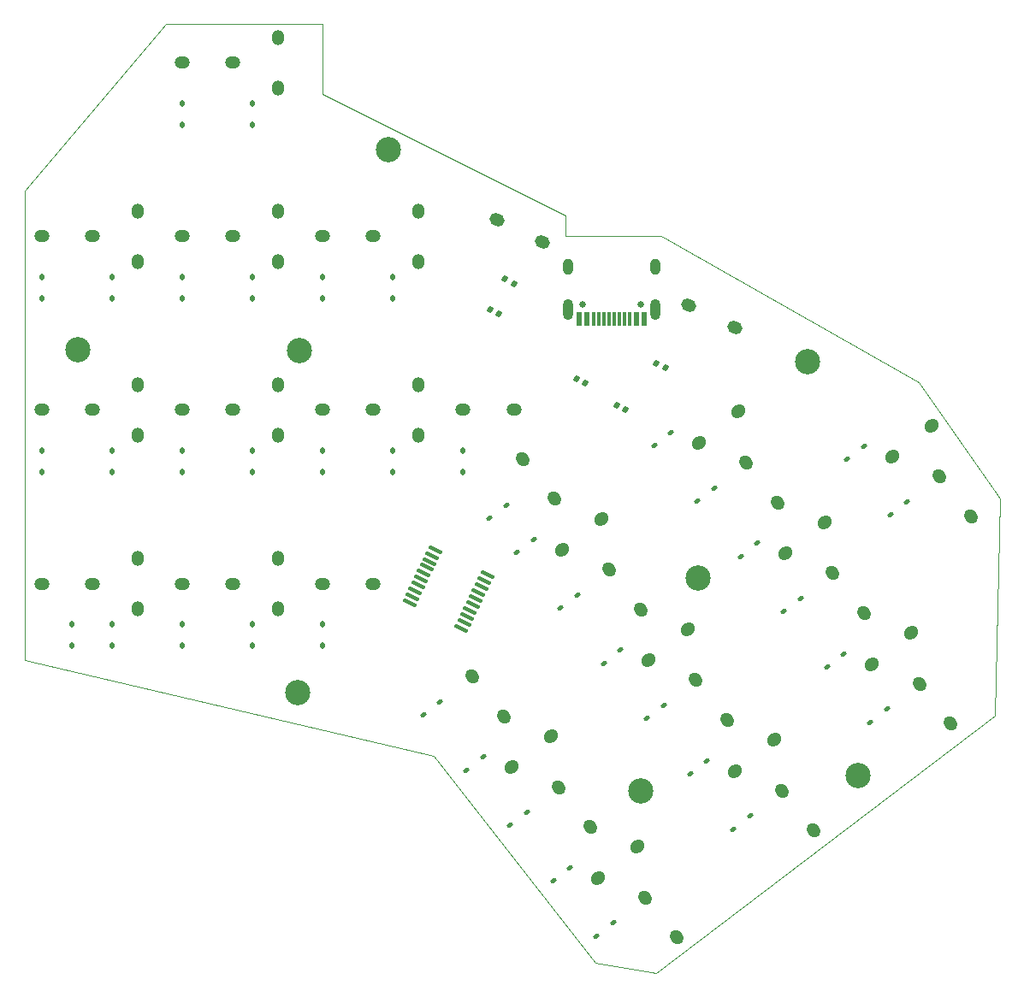
<source format=gts>
G04 #@! TF.GenerationSoftware,KiCad,Pcbnew,8.0.4*
G04 #@! TF.CreationDate,2024-08-15T05:56:16-07:00*
G04 #@! TF.ProjectId,fixer-otg,66697865-722d-46f7-9467-2e6b69636164,rev?*
G04 #@! TF.SameCoordinates,Original*
G04 #@! TF.FileFunction,Soldermask,Top*
G04 #@! TF.FilePolarity,Negative*
%FSLAX46Y46*%
G04 Gerber Fmt 4.6, Leading zero omitted, Abs format (unit mm)*
G04 Created by KiCad (PCBNEW 8.0.4) date 2024-08-15 05:56:16*
%MOMM*%
%LPD*%
G01*
G04 APERTURE LIST*
G04 Aperture macros list*
%AMRoundRect*
0 Rectangle with rounded corners*
0 $1 Rounding radius*
0 $2 $3 $4 $5 $6 $7 $8 $9 X,Y pos of 4 corners*
0 Add a 4 corners polygon primitive as box body*
4,1,4,$2,$3,$4,$5,$6,$7,$8,$9,$2,$3,0*
0 Add four circle primitives for the rounded corners*
1,1,$1+$1,$2,$3*
1,1,$1+$1,$4,$5*
1,1,$1+$1,$6,$7*
1,1,$1+$1,$8,$9*
0 Add four rect primitives between the rounded corners*
20,1,$1+$1,$2,$3,$4,$5,0*
20,1,$1+$1,$4,$5,$6,$7,0*
20,1,$1+$1,$6,$7,$8,$9,0*
20,1,$1+$1,$8,$9,$2,$3,0*%
%AMHorizOval*
0 Thick line with rounded ends*
0 $1 width*
0 $2 $3 position (X,Y) of the first rounded end (center of the circle)*
0 $4 $5 position (X,Y) of the second rounded end (center of the circle)*
0 Add line between two ends*
20,1,$1,$2,$3,$4,$5,0*
0 Add two circle primitives to create the rounded ends*
1,1,$1,$2,$3*
1,1,$1,$4,$5*%
G04 Aperture macros list end*
%ADD10O,1.224000X1.524000*%
%ADD11RoundRect,0.112500X0.112500X-0.187500X0.112500X0.187500X-0.112500X0.187500X-0.112500X-0.187500X0*%
%ADD12HorizOval,1.224000X0.118202X0.092349X-0.118202X-0.092349X0*%
%ADD13RoundRect,0.112500X-0.078490X-0.204088X0.217014X0.026785X0.078490X0.204088X-0.217014X-0.026785X0*%
%ADD14O,1.524000X1.224000*%
%ADD15C,2.500000*%
%ADD16RoundRect,0.135000X-0.202436X-0.107097X0.040239X-0.225457X0.202436X0.107097X-0.040239X0.225457X0*%
%ADD17HorizOval,1.224000X0.092349X-0.118202X-0.092349X0.118202X0*%
%ADD18HorizOval,1.224000X0.134819X-0.065756X-0.134819X0.065756X0*%
%ADD19RoundRect,0.140000X-0.200354X-0.091423X0.051308X-0.214167X0.200354X0.091423X-0.051308X0.214167X0*%
%ADD20RoundRect,0.100000X-0.616818X0.189582X0.529144X-0.369341X0.616818X-0.189582X-0.529144X0.369341X0*%
%ADD21C,0.650000*%
%ADD22R,0.600000X1.450000*%
%ADD23R,0.300000X1.450000*%
%ADD24O,1.000000X2.100000*%
%ADD25O,1.000000X1.600000*%
G04 #@! TA.AperFunction,Profile*
%ADD26C,0.050000*%
G04 #@! TD*
G04 APERTURE END LIST*
D10*
X91057300Y-88742700D03*
X91057300Y-83742700D03*
D11*
X88557300Y-109602700D03*
X88557300Y-107502700D03*
D12*
X151826973Y-90859454D03*
X155767027Y-87781146D03*
X136277073Y-121991554D03*
X140217127Y-118913246D03*
D11*
X88557300Y-58002700D03*
X88557300Y-55902700D03*
D13*
X114738389Y-100368145D03*
X116393211Y-99075255D03*
X147403689Y-91142745D03*
X149058511Y-89849855D03*
X136849889Y-100732145D03*
X138504711Y-99439255D03*
D11*
X81607300Y-75202700D03*
X81607300Y-73102700D03*
D10*
X77157300Y-88742700D03*
X77157300Y-83742700D03*
D11*
X74657300Y-92402700D03*
X74657300Y-90302700D03*
X88557300Y-92402700D03*
X88557300Y-90302700D03*
D14*
X81607300Y-86242700D03*
X86607300Y-86242700D03*
D15*
X132618200Y-102886800D03*
D16*
X128541616Y-81600431D03*
X129458384Y-82047569D03*
D10*
X77157300Y-105942700D03*
X77157300Y-100942700D03*
D16*
X113541616Y-73276431D03*
X114458384Y-73723569D03*
D13*
X114021189Y-127387545D03*
X115676011Y-126094655D03*
D11*
X95507300Y-109602700D03*
X95507300Y-107502700D03*
D17*
X115313746Y-91098973D03*
X118392054Y-95039027D03*
D13*
X109742289Y-121910845D03*
X111397111Y-120617955D03*
D11*
X88557300Y-75202700D03*
X88557300Y-73102700D03*
X74657300Y-109602700D03*
X74657300Y-107502700D03*
D17*
X132429046Y-113005673D03*
X135507354Y-116945727D03*
D18*
X112753015Y-67404072D03*
X117246985Y-69595928D03*
D15*
X143500000Y-81500000D03*
X93195300Y-80395600D03*
D11*
X81607300Y-109602700D03*
X81607300Y-107502700D03*
X81607300Y-92402700D03*
X81607300Y-90302700D03*
D14*
X67707300Y-86242700D03*
X72707300Y-86242700D03*
D15*
X71229000Y-80243900D03*
D11*
X95507300Y-75202700D03*
X95507300Y-73102700D03*
D15*
X102000000Y-60500000D03*
D13*
X127574989Y-116798145D03*
X129229811Y-115505255D03*
D14*
X109407300Y-86242700D03*
X114407300Y-86242700D03*
D12*
X149830873Y-111402154D03*
X153770927Y-108323846D03*
D13*
X149686389Y-117162145D03*
X151341211Y-115869255D03*
D17*
X123871446Y-102052373D03*
X126949754Y-105992427D03*
D10*
X91057300Y-105942700D03*
X91057300Y-100942700D03*
D11*
X67707300Y-75202700D03*
X67707300Y-73102700D03*
D19*
X120602379Y-83160982D03*
X121465221Y-83581818D03*
D13*
X132570989Y-95255445D03*
X134225811Y-93962555D03*
X145407589Y-111685445D03*
X147062411Y-110392555D03*
D11*
X109407300Y-92402700D03*
X109407300Y-90302700D03*
D12*
X141273173Y-100448854D03*
X145213227Y-97370546D03*
D11*
X74657300Y-75202700D03*
X74657300Y-73102700D03*
D19*
X124568579Y-85789582D03*
X125431421Y-86210418D03*
D17*
X127433046Y-134548373D03*
X130511354Y-138488427D03*
D15*
X127000000Y-124000000D03*
D14*
X95507300Y-69042700D03*
X100507300Y-69042700D03*
D16*
X112041616Y-76276431D03*
X112958384Y-76723569D03*
D10*
X77157300Y-71542700D03*
X77157300Y-66542700D03*
D13*
X111999989Y-97000045D03*
X113654811Y-95707155D03*
D17*
X156536646Y-92826973D03*
X159614954Y-96767027D03*
D10*
X104957300Y-71542700D03*
X104957300Y-66542700D03*
D11*
X102457300Y-75202700D03*
X102457300Y-73102700D03*
D17*
X137425146Y-91462973D03*
X140503454Y-95403027D03*
D13*
X122578889Y-138340845D03*
X124233711Y-137047955D03*
X118299989Y-132864245D03*
X119954811Y-131571355D03*
D12*
X119161673Y-100084854D03*
X123101727Y-97006546D03*
D13*
X151682489Y-96619445D03*
X153337311Y-95326555D03*
D14*
X67707300Y-69042700D03*
X72707300Y-69042700D03*
D15*
X93062700Y-114216200D03*
D13*
X105463489Y-116434145D03*
X107118311Y-115141255D03*
D17*
X140986746Y-123959073D03*
X144065054Y-127899127D03*
D12*
X122723273Y-132580954D03*
X126663327Y-129502646D03*
D17*
X145982846Y-102416273D03*
X149061154Y-106356327D03*
D14*
X95507300Y-86242700D03*
X100507300Y-86242700D03*
D11*
X102457300Y-92402700D03*
X102457300Y-90302700D03*
D14*
X81607300Y-51842700D03*
X86607300Y-51842700D03*
D17*
X118875346Y-123595073D03*
X121953654Y-127535127D03*
D10*
X104957300Y-88742700D03*
X104957300Y-83742700D03*
D12*
X127719373Y-111038154D03*
X131659427Y-107959846D03*
D14*
X81607300Y-69042700D03*
X86607300Y-69042700D03*
D13*
X123296089Y-111321445D03*
X124950911Y-110028555D03*
D11*
X81607300Y-58002700D03*
X81607300Y-55902700D03*
D17*
X110317646Y-112641673D03*
X113395954Y-116581727D03*
X154540546Y-113369673D03*
X157618854Y-117309727D03*
D13*
X131853789Y-122274845D03*
X133508611Y-120981955D03*
D20*
X106639338Y-100076190D03*
X106354396Y-100660406D03*
X106069455Y-101244622D03*
X105784514Y-101828838D03*
X105499574Y-102413055D03*
X105214631Y-102997271D03*
X104929690Y-103581487D03*
X104644749Y-104165703D03*
X104359808Y-104749919D03*
X104074866Y-105334135D03*
X109220462Y-107843810D03*
X109505404Y-107259594D03*
X109790345Y-106675378D03*
X110075286Y-106091162D03*
X110360226Y-105506945D03*
X110645169Y-104922729D03*
X110930110Y-104338513D03*
X111215051Y-103754297D03*
X111499992Y-103170081D03*
X111784934Y-102585865D03*
D13*
X128292189Y-89778745D03*
X129947011Y-88485855D03*
X141128689Y-106208745D03*
X142783511Y-104915855D03*
D10*
X91057300Y-71542700D03*
X91057300Y-66542700D03*
D14*
X95507300Y-103442700D03*
X100507300Y-103442700D03*
D15*
X148467800Y-122442500D03*
D14*
X67707300Y-103442700D03*
X72707300Y-103442700D03*
D18*
X131753015Y-75904072D03*
X136246985Y-78095928D03*
D10*
X91057300Y-54342700D03*
X91057300Y-49342700D03*
D13*
X119017289Y-105844845D03*
X120672111Y-104551955D03*
D11*
X70707300Y-109602700D03*
X70707300Y-107502700D03*
D12*
X132715473Y-89495454D03*
X136655527Y-86417146D03*
D21*
X126992400Y-75761000D03*
X121212400Y-75761000D03*
D22*
X127352400Y-77206000D03*
X126552400Y-77206000D03*
D23*
X125352400Y-77206000D03*
X124352400Y-77206000D03*
X123852400Y-77206000D03*
X122852400Y-77206000D03*
D22*
X121652400Y-77206000D03*
X120852400Y-77206000D03*
X120852400Y-77206000D03*
X121652400Y-77206000D03*
D23*
X122352400Y-77206000D03*
X123352400Y-77206000D03*
X124852400Y-77206000D03*
X125852400Y-77206000D03*
D22*
X126552400Y-77206000D03*
X127352400Y-77206000D03*
D24*
X128422400Y-76291000D03*
D25*
X128422400Y-72111000D03*
D24*
X119782400Y-76291000D03*
D25*
X119782400Y-72111000D03*
D12*
X114165573Y-121627554D03*
X118105627Y-118549246D03*
D11*
X67707300Y-92402700D03*
X67707300Y-90302700D03*
D13*
X136132689Y-127751545D03*
X137787511Y-126458655D03*
D14*
X81607300Y-103442700D03*
X86607300Y-103442700D03*
D11*
X95507300Y-92402700D03*
X95507300Y-90302700D03*
D26*
X95500000Y-55000000D02*
X119500000Y-67000000D01*
X119500000Y-67000000D02*
X119500000Y-69000000D01*
X95500000Y-48000000D02*
X80000000Y-48000000D01*
X119500000Y-69000000D02*
X129000000Y-69000000D01*
X122500000Y-141000000D02*
X128500000Y-142000000D01*
X66000000Y-64500000D02*
X66000000Y-111000000D01*
X80000000Y-48000000D02*
X66000000Y-64500000D01*
X162500000Y-95000000D02*
X154500000Y-83500000D01*
X95500000Y-55000000D02*
X95500000Y-48000000D01*
X106500000Y-120500000D02*
X122500000Y-141000000D01*
X128500000Y-142000000D02*
X162000000Y-116500000D01*
X129000000Y-69000000D02*
X154500000Y-83500000D01*
X66000000Y-111000000D02*
X106500000Y-120500000D01*
X162000000Y-116500000D02*
X162500000Y-95000000D01*
M02*

</source>
